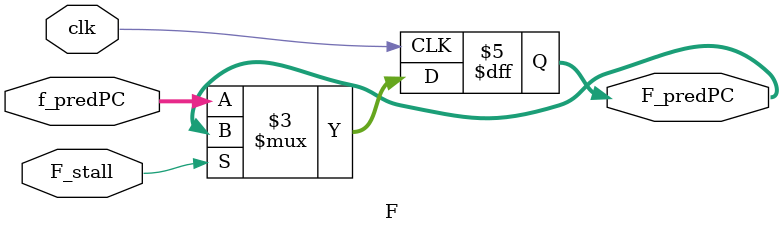
<source format=v>


module Instruction_memory(clk,f_pc,f_icode,f_ifun,f_rA,f_rB,f_valC,imem_error,instr_valid);

input [63:0] f_pc;
input clk;
output reg [3:0] f_icode,f_ifun;
output reg [3:0] f_rA,f_rB;
output reg signed[63:0] f_valC;
output reg imem_error,instr_valid;

reg [7:0] instruction [247:0];

reg [0:79] instr;

initial
begin
    // define instruction memory

instruction[1] = 8'b00110000;
instruction[2] = 8'b11110000; 
instruction[3] = 8'b00000000; 
instruction[4] = 8'b00000000; 
instruction[5] = 8'b00000000; 
instruction[6] = 8'b00000000; 
instruction[7] = 8'b00000000; 
instruction[8] = 8'b00000000; 
instruction[9] = 8'b00000000; 
instruction[10] = 8'b00000111; 

instruction[11] = 8'b00110000;
instruction[12] = 8'b11110001; 
instruction[13] = 8'b00000000; 
instruction[14] = 8'b00000000; 
instruction[15] = 8'b00000000; 
instruction[16] = 8'b00000000; 
instruction[17] = 8'b00000000; 
instruction[18] = 8'b00000000; 
instruction[19] = 8'b00000000; 
instruction[20] = 8'b00000101; 

instruction[21] = 8'b00110000;
instruction[22] = 8'b11110010; 
instruction[23] = 8'b00000000; 
instruction[24] = 8'b00000000; 
instruction[25] = 8'b00000000; 
instruction[26] = 8'b00000000; 
instruction[27] = 8'b00000000; 
instruction[28] = 8'b00000000; 
instruction[29] = 8'b00000000; 
instruction[30] = 8'b00000100; 

instruction[31] = 8'b00110000;
instruction[32] = 8'b11110011; 
instruction[33] = 8'b00000000; 
instruction[34] = 8'b00000000; 
instruction[35] = 8'b00000000; 
instruction[36] = 8'b00000000; 
instruction[37] = 8'b00000000; 
instruction[38] = 8'b00000000; 
instruction[39] = 8'b00000000; 
instruction[40] = 8'b00000110; 

instruction[41] = 8'b01100000;
instruction[42] = 8'b00110010; 

instruction[43] = 8'b01100001;
instruction[44] = 8'b00000001; 

instruction[45] = 8'b10000000; 
instruction[46] = 8'b00000000; 
instruction[47] = 8'b00000000; 
instruction[48] = 8'b00000000; 
instruction[49] = 8'b00000000; 
instruction[50] = 8'b00000000; 
instruction[51] = 8'b00000000;
instruction[52] = 8'b00000000; 
instruction[53] = 8'b01011001; 

instruction[54] = 8'b01000000; 
instruction[55] = 8'b00100011; 
instruction[56] = 8'b00000000; 
instruction[57] = 8'b00000000; 
instruction[58] = 8'b00000000; 
instruction[59] = 8'b00000000; 
instruction[60] = 8'b00000000; 
instruction[61] = 8'b00000000;
instruction[62] = 8'b00000000; 
instruction[63] = 8'b00000111; 

instruction[64] = 8'b01010000; 
instruction[65] = 8'b10100011; 
instruction[66] = 8'b00000000; 
instruction[67] = 8'b00000000; 
instruction[68] = 8'b00000000; 
instruction[69] = 8'b00000000;
instruction[70] = 8'b00000000; 
instruction[71] = 8'b00000000;
instruction[72] = 8'b00000000; 
instruction[73] = 8'b00000111; 

instruction[74] = 8'b01100000;
instruction[75] = 8'b10100001;

instruction[76] = 8'b10100000;
instruction[77] = 8'b00101111;

instruction[78] = 8'b10110000;
instruction[79] = 8'b10111111;

instruction[80] = 8'b01110000;
instruction[81] = 8'b00000000; 
instruction[82] = 8'b00000000; 
instruction[83] = 8'b00000000; 
instruction[84] = 8'b00000000; 
instruction[85] = 8'b00000000; 
instruction[86] = 8'b00000000; 
instruction[87] = 8'b00000000; 
instruction[88] = 8'b01011110;

instruction[89] = 8'b01100010;
instruction[90] = 8'b00000001;

instruction[91] = 8'b01100011;
instruction[92] = 8'b00000000;

instruction[93] = 8'b10010000;

instruction[94] = 8'b00010000;

instruction[95] = 8'b01100001;
instruction[96] = 8'b10100010;

instruction[97] = 8'b01110100;
instruction[98] = 8'b00000000; 
instruction[99] = 8'b00000000; 
instruction[100] = 8'b00000000; 
instruction[101] = 8'b00000000; 
instruction[102] = 8'b00000000; 
instruction[103] = 8'b00000000; 
instruction[104] = 8'b00000000; 
instruction[105] = 8'b01111110;

instruction[106] = 8'b00110000;
instruction[107] = 8'b11110101; 
instruction[108] = 8'b00000000; 
instruction[109] = 8'b00000000; 
instruction[110] = 8'b00000000; 
instruction[111] = 8'b00000000; 
instruction[112] = 8'b00000000; 
instruction[113] = 8'b00000000; 
instruction[114] = 8'b00000000; 
instruction[115] = 8'b00000001;

instruction[116] = 8'b00110000;
instruction[117] = 8'b11110110; 
instruction[118] = 8'b00000000; 
instruction[119] = 8'b00000000; 
instruction[120] = 8'b00000000; 
instruction[121] = 8'b00000000; 
instruction[122] = 8'b00000000; 
instruction[123] = 8'b00000000; 
instruction[124] = 8'b00000000; 
instruction[125] = 8'b00000010;

instruction[126] = 8'b00110000;
instruction[127] = 8'b11110111; 
instruction[128] = 8'b00000000; 
instruction[129] = 8'b00000000; 
instruction[130] = 8'b00000000; 
instruction[131] = 8'b00000000; 
instruction[132] = 8'b00000000; 
instruction[133] = 8'b00000000; 
instruction[134] = 8'b00000000; 
instruction[135] = 8'b00000011;

instruction[136] = 8'b00110000;
instruction[137] = 8'b11111000; 
instruction[138] = 8'b00000000; 
instruction[139] = 8'b00000000; 
instruction[140] = 8'b00000000; 
instruction[141] = 8'b00000000; 
instruction[142] = 8'b00000000; 
instruction[143] = 8'b00000000; 
instruction[144] = 8'b00000000; 
instruction[145] = 8'b00000100;

instruction[146] = 8'b01100001;
instruction[147] = 8'b00000001;

instruction[148] = 8'b00000000;

end

always @(posedge clk)
begin
    #55
    if(f_pc<64'd0 || f_pc>64'd148)
    begin
        imem_error=1'd1;
    end
    else
    begin
        imem_error=1'd0;
    end
instr={
        instruction[f_pc],
        instruction[f_pc+1],
        instruction[f_pc+2],
        instruction[f_pc+3],
        instruction[f_pc+4],
        instruction[f_pc+5],
        instruction[f_pc+6],
        instruction[f_pc+7],
        instruction[f_pc+8],
        instruction[f_pc+9]
      };

end

always @(instr)
begin
    #1

    f_icode=instr[0:3];
    f_ifun=instr[4:7];

    #1
    
    if(f_icode==4'd0)
        begin
            
        end
    if(f_icode==4'd1)
        begin
            
        end
    if(f_icode==4'd2)
        begin
            
            f_rA<=instr[8:11];
            f_rB<=instr[12:15];
        end
    if(f_icode==4'd3)
        begin
            
            f_rA<=instr[8:11];
            f_rB<=instr[12:15];
            f_valC<=instr[16:79];
        end
    if(f_icode==4'd4)
        begin
            
            f_rA<=instr[8:11];
            f_rB<=instr[12:15];
            f_valC<=instr[16:79];
        end
    if(f_icode==4'd5)
        begin
           
            f_rA<=instr[8:11];
            f_rB<=instr[12:15];
            f_valC<=instr[16:79];
        end
    if(f_icode==4'd6)
        begin
            
            f_rA<=instr[8:11];
            f_rB<=instr[12:15];
        end
    if(f_icode==4'd7)
        begin
            
            f_valC<=instr[8:71];
        end
    if(f_icode==4'd8)
        begin
           
            f_valC<=instr[8:71];
        end
    if(f_icode==4'd9)
        begin
            
        end
    if(f_icode==4'd10)
        begin
            
            f_rA<=instr[8:11];
            f_rB<=instr[12:15];
        end
    if(f_icode==4'd11)
        begin
            
            f_rA<=instr[8:11];
            f_rB<=instr[12:15];
            end


end


endmodule

module PC_Increment(clk,f_pc,f_icode,f_valP);
    input [63:0] f_pc;
    input [3:0] f_icode;
    input clk;
    output reg[63:0] f_valP;
    initial
    begin
        f_valP <= 64'd1;
    end
    always @(posedge clk)
    begin
        #57
        if(f_icode==4'd0)
            begin
                f_valP <= f_pc+1;
            end
        if(f_icode==4'd1)
            begin
                f_valP <= f_pc+1;
            end
        if(f_icode==4'd2)
            begin
                f_valP <= f_pc+2;
            end
        if(f_icode==4'd3)
            begin
                f_valP <= f_pc+10;
            end
        if(f_icode==4'd4)
            begin
                f_valP <= f_pc+10;
            end
        if(f_icode==4'd5)
            begin
                f_valP <= f_pc+10;
            end
        if(f_icode==4'd6)
            begin
                f_valP <= f_pc+2;
            end
        if(f_icode==4'd7)
            begin
                f_valP <= f_pc+9;
            end
        if(f_icode==4'd8)
            begin
                f_valP <= f_pc+9;
            end
        if(f_icode==4'd9)
            begin
                f_valP <= f_pc+1;
            end
        if(f_icode==4'd10)
            begin
                f_valP <= f_pc+2;
            end
        if(f_icode==4'd11)
            begin
                f_valP <= f_pc+2;
            end
    end
endmodule


module Predict_PC(clk,f_icode,f_ifun,f_valP,f_valC,f_predPC);
    input [3:0] f_icode;
    input [3:0] f_ifun;
    input signed[63:0] f_valC;
    input [63:0] f_valP;
    input clk;
    output reg[63:0] f_predPC;
    initial
    begin
        f_predPC <= 64'd1;
    end
    always @(posedge clk)
    begin
        #65
        if(f_icode==4'd7 && f_ifun==4'd0) // unconditional jump
        begin
            f_predPC<=f_valC;
        end
        else if(f_icode==4'd8) //call
        begin
            f_predPC<=f_valC;
        end
        else if(f_icode==4'd7 && f_ifun>4'd0) //conditional jump
        begin
            f_predPC<=f_valC;
        end
        else  // return will be taken care off in select_pc module
        begin
            f_predPC<=f_valP;
        end     
    end
    
endmodule

module Select_PC(clk,F_predPC,M_icode,M_Cnd,M_valA,W_icode,W_valM,f_pc);
    input [3:0] M_icode;
    input [3:0] W_icode;
    input M_Cnd,clk;
    input signed[63:0] M_valA;
    input signed[63:0] W_valM;
    input [63:0] F_predPC;
    output reg[63:0] f_pc;
    always @(posedge clk)
    begin
        #50

    if(M_icode == 4'd7 && M_Cnd==1'd0) // misprediction of conditional jump
    begin
        f_pc <= M_valA;
    end
    else if( W_icode == 4'd9 )  // return 
    begin
        f_pc <= W_valM;
    end
    else
    begin
        f_pc <= F_predPC;
    end
    end

endmodule


module f_Stat(clk,f_icode,imem_error,instr_valid,f_stat);
    input [3:0] f_icode;
    input imem_error;
    input instr_valid,clk;
    output reg[3:0] f_stat;

    always @(posedge clk)
    begin
        #65
        if(imem_error==1'd1) 
        begin
            f_stat <= 4'd1;
        end
        else if (instr_valid==1'd0)
        begin
            f_stat <= 4'd2;
        end
        else if (f_icode == 4'h0)  // halt condition
        begin
            f_stat <= 4'd3;
        end
        else 
        begin
            f_stat <= 4'd4;
        end
    end

endmodule

module F(clk,F_stall,f_predPC,F_predPC);
    input clk,F_stall;
    input [63:0] f_predPC;
    output reg[63:0] F_predPC;
    always @ (posedge clk)
    begin
        if (F_stall==1'd0)
        begin
            F_predPC <= f_predPC;
        end
    end
endmodule
</source>
